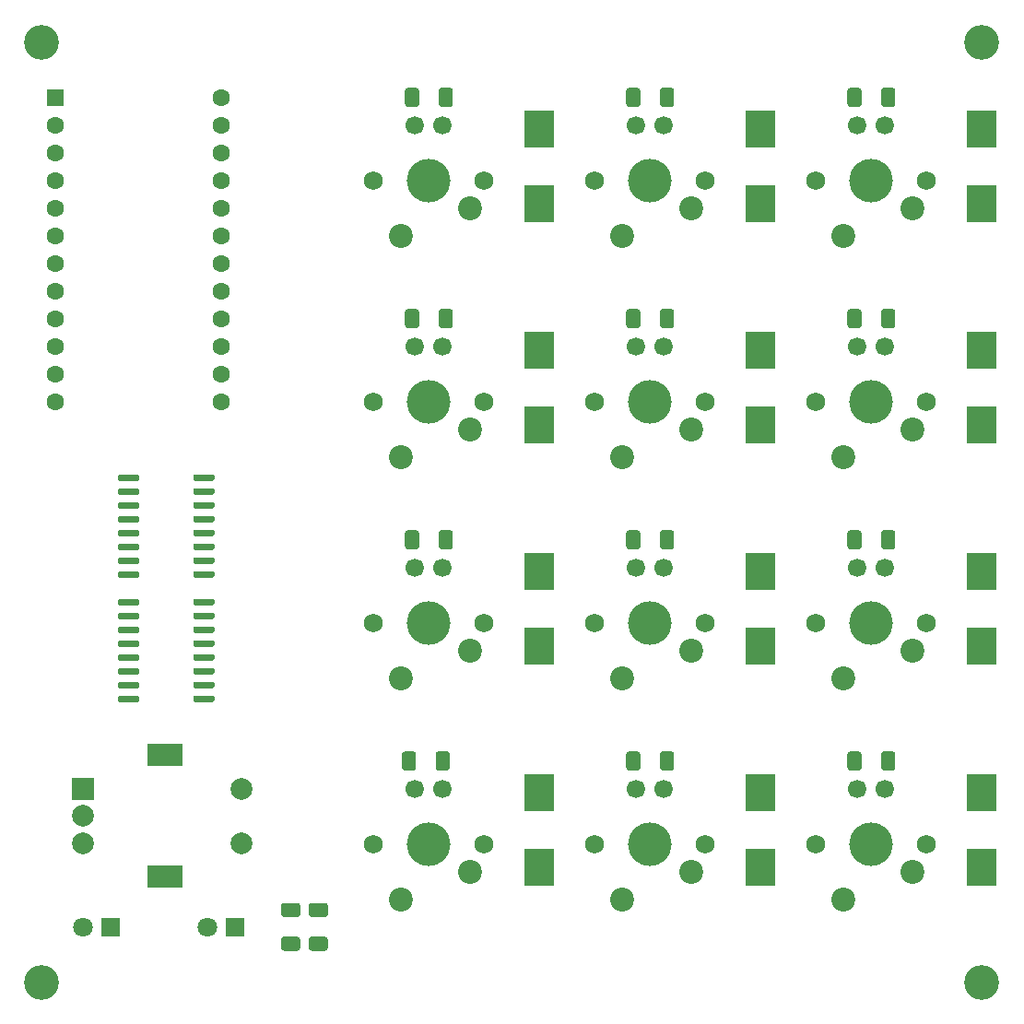
<source format=gbr>
%TF.GenerationSoftware,KiCad,Pcbnew,(5.1.9)-1*%
%TF.CreationDate,2021-05-08T01:25:36+09:00*%
%TF.ProjectId,EncKiboard_V2,456e634b-6962-46f6-9172-645f56322e6b,rev?*%
%TF.SameCoordinates,Original*%
%TF.FileFunction,Soldermask,Top*%
%TF.FilePolarity,Negative*%
%FSLAX46Y46*%
G04 Gerber Fmt 4.6, Leading zero omitted, Abs format (unit mm)*
G04 Created by KiCad (PCBNEW (5.1.9)-1) date 2021-05-08 01:25:36*
%MOMM*%
%LPD*%
G01*
G04 APERTURE LIST*
%ADD10R,2.700000X3.500000*%
%ADD11C,3.200000*%
%ADD12C,1.690600*%
%ADD13C,2.200000*%
%ADD14C,1.750000*%
%ADD15C,4.000000*%
%ADD16C,1.600000*%
%ADD17R,1.600000X1.600000*%
%ADD18R,2.000000X2.000000*%
%ADD19C,2.000000*%
%ADD20R,3.200000X2.000000*%
%ADD21C,1.800000*%
%ADD22R,1.800000X1.800000*%
G04 APERTURE END LIST*
D10*
%TO.C,D14*%
X196850000Y-140560000D03*
X196850000Y-133760000D03*
%TD*%
%TO.C,D13*%
X196850000Y-120240000D03*
X196850000Y-113440000D03*
%TD*%
%TO.C,D12*%
X196850000Y-99920000D03*
X196850000Y-93120000D03*
%TD*%
%TO.C,D11*%
X196850000Y-79600000D03*
X196850000Y-72800000D03*
%TD*%
%TO.C,D10*%
X176530000Y-140560000D03*
X176530000Y-133760000D03*
%TD*%
%TO.C,D9*%
X176530000Y-120240000D03*
X176530000Y-113440000D03*
%TD*%
%TO.C,D8*%
X176530000Y-99920000D03*
X176530000Y-93120000D03*
%TD*%
%TO.C,D7*%
X176530000Y-79600000D03*
X176530000Y-72800000D03*
%TD*%
%TO.C,D6*%
X156210000Y-140560000D03*
X156210000Y-133760000D03*
%TD*%
%TO.C,D5*%
X156210000Y-120240000D03*
X156210000Y-113440000D03*
%TD*%
%TO.C,D4*%
X156210000Y-99920000D03*
X156210000Y-93120000D03*
%TD*%
%TO.C,D3*%
X156210000Y-79600000D03*
X156210000Y-72800000D03*
%TD*%
D11*
%TO.C,M3*%
X110490000Y-151130000D03*
%TD*%
%TO.C,M3*%
X196850000Y-151130000D03*
%TD*%
%TO.C,M3*%
X196850000Y-64770000D03*
%TD*%
%TO.C,M3*%
X110490000Y-64770000D03*
%TD*%
D12*
%TO.C,U12*%
X185420000Y-133350000D03*
X187960000Y-133350000D03*
D13*
X184150000Y-143510000D03*
X190500000Y-140970000D03*
D14*
X181610000Y-138430000D03*
X191770000Y-138430000D03*
D15*
X186690000Y-138430000D03*
%TD*%
D12*
%TO.C,U11*%
X185420000Y-113030000D03*
X187960000Y-113030000D03*
D13*
X184150000Y-123190000D03*
X190500000Y-120650000D03*
D14*
X181610000Y-118110000D03*
X191770000Y-118110000D03*
D15*
X186690000Y-118110000D03*
%TD*%
D12*
%TO.C,U10*%
X185420000Y-92710000D03*
X187960000Y-92710000D03*
D13*
X184150000Y-102870000D03*
X190500000Y-100330000D03*
D14*
X181610000Y-97790000D03*
X191770000Y-97790000D03*
D15*
X186690000Y-97790000D03*
%TD*%
D12*
%TO.C,U9*%
X185420000Y-72390000D03*
X187960000Y-72390000D03*
D13*
X184150000Y-82550000D03*
X190500000Y-80010000D03*
D14*
X181610000Y-77470000D03*
X191770000Y-77470000D03*
D15*
X186690000Y-77470000D03*
%TD*%
D12*
%TO.C,U8*%
X165100000Y-133350000D03*
X167640000Y-133350000D03*
D13*
X163830000Y-143510000D03*
X170180000Y-140970000D03*
D14*
X161290000Y-138430000D03*
X171450000Y-138430000D03*
D15*
X166370000Y-138430000D03*
%TD*%
D12*
%TO.C,U7*%
X165100000Y-113030000D03*
X167640000Y-113030000D03*
D13*
X163830000Y-123190000D03*
X170180000Y-120650000D03*
D14*
X161290000Y-118110000D03*
X171450000Y-118110000D03*
D15*
X166370000Y-118110000D03*
%TD*%
D12*
%TO.C,U6*%
X165100000Y-92710000D03*
X167640000Y-92710000D03*
D13*
X163830000Y-102870000D03*
X170180000Y-100330000D03*
D14*
X161290000Y-97790000D03*
X171450000Y-97790000D03*
D15*
X166370000Y-97790000D03*
%TD*%
D12*
%TO.C,U5*%
X165100000Y-72390000D03*
X167640000Y-72390000D03*
D13*
X163830000Y-82550000D03*
X170180000Y-80010000D03*
D14*
X161290000Y-77470000D03*
X171450000Y-77470000D03*
D15*
X166370000Y-77470000D03*
%TD*%
D12*
%TO.C,U4*%
X144780000Y-133350000D03*
X147320000Y-133350000D03*
D13*
X143510000Y-143510000D03*
X149860000Y-140970000D03*
D14*
X140970000Y-138430000D03*
X151130000Y-138430000D03*
D15*
X146050000Y-138430000D03*
%TD*%
D12*
%TO.C,U3*%
X144780000Y-113030000D03*
X147320000Y-113030000D03*
D13*
X143510000Y-123190000D03*
X149860000Y-120650000D03*
D14*
X140970000Y-118110000D03*
X151130000Y-118110000D03*
D15*
X146050000Y-118110000D03*
%TD*%
D12*
%TO.C,U2*%
X144780000Y-92710000D03*
X147320000Y-92710000D03*
D13*
X143510000Y-102870000D03*
X149860000Y-100330000D03*
D14*
X140970000Y-97790000D03*
X151130000Y-97790000D03*
D15*
X146050000Y-97790000D03*
%TD*%
D12*
%TO.C,U1*%
X144780000Y-72390000D03*
X147320000Y-72390000D03*
D13*
X143510000Y-82550000D03*
X149860000Y-80010000D03*
D14*
X140970000Y-77470000D03*
X151130000Y-77470000D03*
D15*
X146050000Y-77470000D03*
%TD*%
D16*
%TO.C,U0*%
X127000000Y-69850000D03*
X127000000Y-72390000D03*
X127000000Y-74930000D03*
X127000000Y-77470000D03*
X127000000Y-80010000D03*
X127000000Y-82550000D03*
X127000000Y-85090000D03*
X127000000Y-87630000D03*
X127000000Y-90170000D03*
X127000000Y-92710000D03*
X127000000Y-95250000D03*
X127000000Y-97790000D03*
X111760000Y-97790000D03*
X111760000Y-95250000D03*
X111760000Y-92710000D03*
X111760000Y-90170000D03*
X111760000Y-87630000D03*
X111760000Y-85090000D03*
X111760000Y-82550000D03*
X111760000Y-80010000D03*
X111760000Y-77470000D03*
X111760000Y-74930000D03*
X111760000Y-72390000D03*
D17*
X111760000Y-69850000D03*
%TD*%
D18*
%TO.C,SW1*%
X114300000Y-133350000D03*
D19*
X114300000Y-135850000D03*
X114300000Y-138350000D03*
D20*
X121800000Y-130250000D03*
X121800000Y-141450000D03*
D19*
X128800000Y-133350000D03*
X128800000Y-138350000D03*
%TD*%
%TO.C,R14*%
G36*
G01*
X187590000Y-131435001D02*
X187590000Y-130184999D01*
G75*
G02*
X187839999Y-129935000I249999J0D01*
G01*
X188640001Y-129935000D01*
G75*
G02*
X188890000Y-130184999I0J-249999D01*
G01*
X188890000Y-131435001D01*
G75*
G02*
X188640001Y-131685000I-249999J0D01*
G01*
X187839999Y-131685000D01*
G75*
G02*
X187590000Y-131435001I0J249999D01*
G01*
G37*
G36*
G01*
X184490000Y-131435001D02*
X184490000Y-130184999D01*
G75*
G02*
X184739999Y-129935000I249999J0D01*
G01*
X185540001Y-129935000D01*
G75*
G02*
X185790000Y-130184999I0J-249999D01*
G01*
X185790000Y-131435001D01*
G75*
G02*
X185540001Y-131685000I-249999J0D01*
G01*
X184739999Y-131685000D01*
G75*
G02*
X184490000Y-131435001I0J249999D01*
G01*
G37*
%TD*%
%TO.C,R13*%
G36*
G01*
X167270000Y-131435001D02*
X167270000Y-130184999D01*
G75*
G02*
X167519999Y-129935000I249999J0D01*
G01*
X168320001Y-129935000D01*
G75*
G02*
X168570000Y-130184999I0J-249999D01*
G01*
X168570000Y-131435001D01*
G75*
G02*
X168320001Y-131685000I-249999J0D01*
G01*
X167519999Y-131685000D01*
G75*
G02*
X167270000Y-131435001I0J249999D01*
G01*
G37*
G36*
G01*
X164170000Y-131435001D02*
X164170000Y-130184999D01*
G75*
G02*
X164419999Y-129935000I249999J0D01*
G01*
X165220001Y-129935000D01*
G75*
G02*
X165470000Y-130184999I0J-249999D01*
G01*
X165470000Y-131435001D01*
G75*
G02*
X165220001Y-131685000I-249999J0D01*
G01*
X164419999Y-131685000D01*
G75*
G02*
X164170000Y-131435001I0J249999D01*
G01*
G37*
%TD*%
%TO.C,R12*%
G36*
G01*
X146670000Y-131435001D02*
X146670000Y-130184999D01*
G75*
G02*
X146919999Y-129935000I249999J0D01*
G01*
X147720001Y-129935000D01*
G75*
G02*
X147970000Y-130184999I0J-249999D01*
G01*
X147970000Y-131435001D01*
G75*
G02*
X147720001Y-131685000I-249999J0D01*
G01*
X146919999Y-131685000D01*
G75*
G02*
X146670000Y-131435001I0J249999D01*
G01*
G37*
G36*
G01*
X143570000Y-131435001D02*
X143570000Y-130184999D01*
G75*
G02*
X143819999Y-129935000I249999J0D01*
G01*
X144620001Y-129935000D01*
G75*
G02*
X144870000Y-130184999I0J-249999D01*
G01*
X144870000Y-131435001D01*
G75*
G02*
X144620001Y-131685000I-249999J0D01*
G01*
X143819999Y-131685000D01*
G75*
G02*
X143570000Y-131435001I0J249999D01*
G01*
G37*
%TD*%
%TO.C,R11*%
G36*
G01*
X187590000Y-111115001D02*
X187590000Y-109864999D01*
G75*
G02*
X187839999Y-109615000I249999J0D01*
G01*
X188640001Y-109615000D01*
G75*
G02*
X188890000Y-109864999I0J-249999D01*
G01*
X188890000Y-111115001D01*
G75*
G02*
X188640001Y-111365000I-249999J0D01*
G01*
X187839999Y-111365000D01*
G75*
G02*
X187590000Y-111115001I0J249999D01*
G01*
G37*
G36*
G01*
X184490000Y-111115001D02*
X184490000Y-109864999D01*
G75*
G02*
X184739999Y-109615000I249999J0D01*
G01*
X185540001Y-109615000D01*
G75*
G02*
X185790000Y-109864999I0J-249999D01*
G01*
X185790000Y-111115001D01*
G75*
G02*
X185540001Y-111365000I-249999J0D01*
G01*
X184739999Y-111365000D01*
G75*
G02*
X184490000Y-111115001I0J249999D01*
G01*
G37*
%TD*%
%TO.C,R10*%
G36*
G01*
X167270000Y-111115001D02*
X167270000Y-109864999D01*
G75*
G02*
X167519999Y-109615000I249999J0D01*
G01*
X168320001Y-109615000D01*
G75*
G02*
X168570000Y-109864999I0J-249999D01*
G01*
X168570000Y-111115001D01*
G75*
G02*
X168320001Y-111365000I-249999J0D01*
G01*
X167519999Y-111365000D01*
G75*
G02*
X167270000Y-111115001I0J249999D01*
G01*
G37*
G36*
G01*
X164170000Y-111115001D02*
X164170000Y-109864999D01*
G75*
G02*
X164419999Y-109615000I249999J0D01*
G01*
X165220001Y-109615000D01*
G75*
G02*
X165470000Y-109864999I0J-249999D01*
G01*
X165470000Y-111115001D01*
G75*
G02*
X165220001Y-111365000I-249999J0D01*
G01*
X164419999Y-111365000D01*
G75*
G02*
X164170000Y-111115001I0J249999D01*
G01*
G37*
%TD*%
%TO.C,R9*%
G36*
G01*
X146950000Y-111115001D02*
X146950000Y-109864999D01*
G75*
G02*
X147199999Y-109615000I249999J0D01*
G01*
X148000001Y-109615000D01*
G75*
G02*
X148250000Y-109864999I0J-249999D01*
G01*
X148250000Y-111115001D01*
G75*
G02*
X148000001Y-111365000I-249999J0D01*
G01*
X147199999Y-111365000D01*
G75*
G02*
X146950000Y-111115001I0J249999D01*
G01*
G37*
G36*
G01*
X143850000Y-111115001D02*
X143850000Y-109864999D01*
G75*
G02*
X144099999Y-109615000I249999J0D01*
G01*
X144900001Y-109615000D01*
G75*
G02*
X145150000Y-109864999I0J-249999D01*
G01*
X145150000Y-111115001D01*
G75*
G02*
X144900001Y-111365000I-249999J0D01*
G01*
X144099999Y-111365000D01*
G75*
G02*
X143850000Y-111115001I0J249999D01*
G01*
G37*
%TD*%
%TO.C,R8*%
G36*
G01*
X187590000Y-90795001D02*
X187590000Y-89544999D01*
G75*
G02*
X187839999Y-89295000I249999J0D01*
G01*
X188640001Y-89295000D01*
G75*
G02*
X188890000Y-89544999I0J-249999D01*
G01*
X188890000Y-90795001D01*
G75*
G02*
X188640001Y-91045000I-249999J0D01*
G01*
X187839999Y-91045000D01*
G75*
G02*
X187590000Y-90795001I0J249999D01*
G01*
G37*
G36*
G01*
X184490000Y-90795001D02*
X184490000Y-89544999D01*
G75*
G02*
X184739999Y-89295000I249999J0D01*
G01*
X185540001Y-89295000D01*
G75*
G02*
X185790000Y-89544999I0J-249999D01*
G01*
X185790000Y-90795001D01*
G75*
G02*
X185540001Y-91045000I-249999J0D01*
G01*
X184739999Y-91045000D01*
G75*
G02*
X184490000Y-90795001I0J249999D01*
G01*
G37*
%TD*%
%TO.C,R7*%
G36*
G01*
X167270000Y-90795001D02*
X167270000Y-89544999D01*
G75*
G02*
X167519999Y-89295000I249999J0D01*
G01*
X168320001Y-89295000D01*
G75*
G02*
X168570000Y-89544999I0J-249999D01*
G01*
X168570000Y-90795001D01*
G75*
G02*
X168320001Y-91045000I-249999J0D01*
G01*
X167519999Y-91045000D01*
G75*
G02*
X167270000Y-90795001I0J249999D01*
G01*
G37*
G36*
G01*
X164170000Y-90795001D02*
X164170000Y-89544999D01*
G75*
G02*
X164419999Y-89295000I249999J0D01*
G01*
X165220001Y-89295000D01*
G75*
G02*
X165470000Y-89544999I0J-249999D01*
G01*
X165470000Y-90795001D01*
G75*
G02*
X165220001Y-91045000I-249999J0D01*
G01*
X164419999Y-91045000D01*
G75*
G02*
X164170000Y-90795001I0J249999D01*
G01*
G37*
%TD*%
%TO.C,R6*%
G36*
G01*
X146950000Y-90795001D02*
X146950000Y-89544999D01*
G75*
G02*
X147199999Y-89295000I249999J0D01*
G01*
X148000001Y-89295000D01*
G75*
G02*
X148250000Y-89544999I0J-249999D01*
G01*
X148250000Y-90795001D01*
G75*
G02*
X148000001Y-91045000I-249999J0D01*
G01*
X147199999Y-91045000D01*
G75*
G02*
X146950000Y-90795001I0J249999D01*
G01*
G37*
G36*
G01*
X143850000Y-90795001D02*
X143850000Y-89544999D01*
G75*
G02*
X144099999Y-89295000I249999J0D01*
G01*
X144900001Y-89295000D01*
G75*
G02*
X145150000Y-89544999I0J-249999D01*
G01*
X145150000Y-90795001D01*
G75*
G02*
X144900001Y-91045000I-249999J0D01*
G01*
X144099999Y-91045000D01*
G75*
G02*
X143850000Y-90795001I0J249999D01*
G01*
G37*
%TD*%
%TO.C,R5*%
G36*
G01*
X187590000Y-70475001D02*
X187590000Y-69224999D01*
G75*
G02*
X187839999Y-68975000I249999J0D01*
G01*
X188640001Y-68975000D01*
G75*
G02*
X188890000Y-69224999I0J-249999D01*
G01*
X188890000Y-70475001D01*
G75*
G02*
X188640001Y-70725000I-249999J0D01*
G01*
X187839999Y-70725000D01*
G75*
G02*
X187590000Y-70475001I0J249999D01*
G01*
G37*
G36*
G01*
X184490000Y-70475001D02*
X184490000Y-69224999D01*
G75*
G02*
X184739999Y-68975000I249999J0D01*
G01*
X185540001Y-68975000D01*
G75*
G02*
X185790000Y-69224999I0J-249999D01*
G01*
X185790000Y-70475001D01*
G75*
G02*
X185540001Y-70725000I-249999J0D01*
G01*
X184739999Y-70725000D01*
G75*
G02*
X184490000Y-70475001I0J249999D01*
G01*
G37*
%TD*%
%TO.C,R4*%
G36*
G01*
X167270000Y-70475001D02*
X167270000Y-69224999D01*
G75*
G02*
X167519999Y-68975000I249999J0D01*
G01*
X168320001Y-68975000D01*
G75*
G02*
X168570000Y-69224999I0J-249999D01*
G01*
X168570000Y-70475001D01*
G75*
G02*
X168320001Y-70725000I-249999J0D01*
G01*
X167519999Y-70725000D01*
G75*
G02*
X167270000Y-70475001I0J249999D01*
G01*
G37*
G36*
G01*
X164170000Y-70475001D02*
X164170000Y-69224999D01*
G75*
G02*
X164419999Y-68975000I249999J0D01*
G01*
X165220001Y-68975000D01*
G75*
G02*
X165470000Y-69224999I0J-249999D01*
G01*
X165470000Y-70475001D01*
G75*
G02*
X165220001Y-70725000I-249999J0D01*
G01*
X164419999Y-70725000D01*
G75*
G02*
X164170000Y-70475001I0J249999D01*
G01*
G37*
%TD*%
%TO.C,R3*%
G36*
G01*
X146950000Y-70475001D02*
X146950000Y-69224999D01*
G75*
G02*
X147199999Y-68975000I249999J0D01*
G01*
X148000001Y-68975000D01*
G75*
G02*
X148250000Y-69224999I0J-249999D01*
G01*
X148250000Y-70475001D01*
G75*
G02*
X148000001Y-70725000I-249999J0D01*
G01*
X147199999Y-70725000D01*
G75*
G02*
X146950000Y-70475001I0J249999D01*
G01*
G37*
G36*
G01*
X143850000Y-70475001D02*
X143850000Y-69224999D01*
G75*
G02*
X144099999Y-68975000I249999J0D01*
G01*
X144900001Y-68975000D01*
G75*
G02*
X145150000Y-69224999I0J-249999D01*
G01*
X145150000Y-70475001D01*
G75*
G02*
X144900001Y-70725000I-249999J0D01*
G01*
X144099999Y-70725000D01*
G75*
G02*
X143850000Y-70475001I0J249999D01*
G01*
G37*
%TD*%
%TO.C,R2*%
G36*
G01*
X135264999Y-146950000D02*
X136515001Y-146950000D01*
G75*
G02*
X136765000Y-147199999I0J-249999D01*
G01*
X136765000Y-148000001D01*
G75*
G02*
X136515001Y-148250000I-249999J0D01*
G01*
X135264999Y-148250000D01*
G75*
G02*
X135015000Y-148000001I0J249999D01*
G01*
X135015000Y-147199999D01*
G75*
G02*
X135264999Y-146950000I249999J0D01*
G01*
G37*
G36*
G01*
X135264999Y-143850000D02*
X136515001Y-143850000D01*
G75*
G02*
X136765000Y-144099999I0J-249999D01*
G01*
X136765000Y-144900001D01*
G75*
G02*
X136515001Y-145150000I-249999J0D01*
G01*
X135264999Y-145150000D01*
G75*
G02*
X135015000Y-144900001I0J249999D01*
G01*
X135015000Y-144099999D01*
G75*
G02*
X135264999Y-143850000I249999J0D01*
G01*
G37*
%TD*%
%TO.C,R1*%
G36*
G01*
X132724999Y-146950000D02*
X133975001Y-146950000D01*
G75*
G02*
X134225000Y-147199999I0J-249999D01*
G01*
X134225000Y-148000001D01*
G75*
G02*
X133975001Y-148250000I-249999J0D01*
G01*
X132724999Y-148250000D01*
G75*
G02*
X132475000Y-148000001I0J249999D01*
G01*
X132475000Y-147199999D01*
G75*
G02*
X132724999Y-146950000I249999J0D01*
G01*
G37*
G36*
G01*
X132724999Y-143850000D02*
X133975001Y-143850000D01*
G75*
G02*
X134225000Y-144099999I0J-249999D01*
G01*
X134225000Y-144900001D01*
G75*
G02*
X133975001Y-145150000I-249999J0D01*
G01*
X132724999Y-145150000D01*
G75*
G02*
X132475000Y-144900001I0J249999D01*
G01*
X132475000Y-144099999D01*
G75*
G02*
X132724999Y-143850000I249999J0D01*
G01*
G37*
%TD*%
%TO.C,IC2*%
G36*
G01*
X124395000Y-116355000D02*
X124395000Y-116055000D01*
G75*
G02*
X124545000Y-115905000I150000J0D01*
G01*
X126220000Y-115905000D01*
G75*
G02*
X126370000Y-116055000I0J-150000D01*
G01*
X126370000Y-116355000D01*
G75*
G02*
X126220000Y-116505000I-150000J0D01*
G01*
X124545000Y-116505000D01*
G75*
G02*
X124395000Y-116355000I0J150000D01*
G01*
G37*
G36*
G01*
X124395000Y-117625000D02*
X124395000Y-117325000D01*
G75*
G02*
X124545000Y-117175000I150000J0D01*
G01*
X126220000Y-117175000D01*
G75*
G02*
X126370000Y-117325000I0J-150000D01*
G01*
X126370000Y-117625000D01*
G75*
G02*
X126220000Y-117775000I-150000J0D01*
G01*
X124545000Y-117775000D01*
G75*
G02*
X124395000Y-117625000I0J150000D01*
G01*
G37*
G36*
G01*
X124395000Y-118895000D02*
X124395000Y-118595000D01*
G75*
G02*
X124545000Y-118445000I150000J0D01*
G01*
X126220000Y-118445000D01*
G75*
G02*
X126370000Y-118595000I0J-150000D01*
G01*
X126370000Y-118895000D01*
G75*
G02*
X126220000Y-119045000I-150000J0D01*
G01*
X124545000Y-119045000D01*
G75*
G02*
X124395000Y-118895000I0J150000D01*
G01*
G37*
G36*
G01*
X124395000Y-120165000D02*
X124395000Y-119865000D01*
G75*
G02*
X124545000Y-119715000I150000J0D01*
G01*
X126220000Y-119715000D01*
G75*
G02*
X126370000Y-119865000I0J-150000D01*
G01*
X126370000Y-120165000D01*
G75*
G02*
X126220000Y-120315000I-150000J0D01*
G01*
X124545000Y-120315000D01*
G75*
G02*
X124395000Y-120165000I0J150000D01*
G01*
G37*
G36*
G01*
X124395000Y-121435000D02*
X124395000Y-121135000D01*
G75*
G02*
X124545000Y-120985000I150000J0D01*
G01*
X126220000Y-120985000D01*
G75*
G02*
X126370000Y-121135000I0J-150000D01*
G01*
X126370000Y-121435000D01*
G75*
G02*
X126220000Y-121585000I-150000J0D01*
G01*
X124545000Y-121585000D01*
G75*
G02*
X124395000Y-121435000I0J150000D01*
G01*
G37*
G36*
G01*
X124395000Y-122705000D02*
X124395000Y-122405000D01*
G75*
G02*
X124545000Y-122255000I150000J0D01*
G01*
X126220000Y-122255000D01*
G75*
G02*
X126370000Y-122405000I0J-150000D01*
G01*
X126370000Y-122705000D01*
G75*
G02*
X126220000Y-122855000I-150000J0D01*
G01*
X124545000Y-122855000D01*
G75*
G02*
X124395000Y-122705000I0J150000D01*
G01*
G37*
G36*
G01*
X124395000Y-123975000D02*
X124395000Y-123675000D01*
G75*
G02*
X124545000Y-123525000I150000J0D01*
G01*
X126220000Y-123525000D01*
G75*
G02*
X126370000Y-123675000I0J-150000D01*
G01*
X126370000Y-123975000D01*
G75*
G02*
X126220000Y-124125000I-150000J0D01*
G01*
X124545000Y-124125000D01*
G75*
G02*
X124395000Y-123975000I0J150000D01*
G01*
G37*
G36*
G01*
X124395000Y-125245000D02*
X124395000Y-124945000D01*
G75*
G02*
X124545000Y-124795000I150000J0D01*
G01*
X126220000Y-124795000D01*
G75*
G02*
X126370000Y-124945000I0J-150000D01*
G01*
X126370000Y-125245000D01*
G75*
G02*
X126220000Y-125395000I-150000J0D01*
G01*
X124545000Y-125395000D01*
G75*
G02*
X124395000Y-125245000I0J150000D01*
G01*
G37*
G36*
G01*
X117470000Y-125245000D02*
X117470000Y-124945000D01*
G75*
G02*
X117620000Y-124795000I150000J0D01*
G01*
X119295000Y-124795000D01*
G75*
G02*
X119445000Y-124945000I0J-150000D01*
G01*
X119445000Y-125245000D01*
G75*
G02*
X119295000Y-125395000I-150000J0D01*
G01*
X117620000Y-125395000D01*
G75*
G02*
X117470000Y-125245000I0J150000D01*
G01*
G37*
G36*
G01*
X117470000Y-123975000D02*
X117470000Y-123675000D01*
G75*
G02*
X117620000Y-123525000I150000J0D01*
G01*
X119295000Y-123525000D01*
G75*
G02*
X119445000Y-123675000I0J-150000D01*
G01*
X119445000Y-123975000D01*
G75*
G02*
X119295000Y-124125000I-150000J0D01*
G01*
X117620000Y-124125000D01*
G75*
G02*
X117470000Y-123975000I0J150000D01*
G01*
G37*
G36*
G01*
X117470000Y-122705000D02*
X117470000Y-122405000D01*
G75*
G02*
X117620000Y-122255000I150000J0D01*
G01*
X119295000Y-122255000D01*
G75*
G02*
X119445000Y-122405000I0J-150000D01*
G01*
X119445000Y-122705000D01*
G75*
G02*
X119295000Y-122855000I-150000J0D01*
G01*
X117620000Y-122855000D01*
G75*
G02*
X117470000Y-122705000I0J150000D01*
G01*
G37*
G36*
G01*
X117470000Y-121435000D02*
X117470000Y-121135000D01*
G75*
G02*
X117620000Y-120985000I150000J0D01*
G01*
X119295000Y-120985000D01*
G75*
G02*
X119445000Y-121135000I0J-150000D01*
G01*
X119445000Y-121435000D01*
G75*
G02*
X119295000Y-121585000I-150000J0D01*
G01*
X117620000Y-121585000D01*
G75*
G02*
X117470000Y-121435000I0J150000D01*
G01*
G37*
G36*
G01*
X117470000Y-120165000D02*
X117470000Y-119865000D01*
G75*
G02*
X117620000Y-119715000I150000J0D01*
G01*
X119295000Y-119715000D01*
G75*
G02*
X119445000Y-119865000I0J-150000D01*
G01*
X119445000Y-120165000D01*
G75*
G02*
X119295000Y-120315000I-150000J0D01*
G01*
X117620000Y-120315000D01*
G75*
G02*
X117470000Y-120165000I0J150000D01*
G01*
G37*
G36*
G01*
X117470000Y-118895000D02*
X117470000Y-118595000D01*
G75*
G02*
X117620000Y-118445000I150000J0D01*
G01*
X119295000Y-118445000D01*
G75*
G02*
X119445000Y-118595000I0J-150000D01*
G01*
X119445000Y-118895000D01*
G75*
G02*
X119295000Y-119045000I-150000J0D01*
G01*
X117620000Y-119045000D01*
G75*
G02*
X117470000Y-118895000I0J150000D01*
G01*
G37*
G36*
G01*
X117470000Y-117625000D02*
X117470000Y-117325000D01*
G75*
G02*
X117620000Y-117175000I150000J0D01*
G01*
X119295000Y-117175000D01*
G75*
G02*
X119445000Y-117325000I0J-150000D01*
G01*
X119445000Y-117625000D01*
G75*
G02*
X119295000Y-117775000I-150000J0D01*
G01*
X117620000Y-117775000D01*
G75*
G02*
X117470000Y-117625000I0J150000D01*
G01*
G37*
G36*
G01*
X117470000Y-116355000D02*
X117470000Y-116055000D01*
G75*
G02*
X117620000Y-115905000I150000J0D01*
G01*
X119295000Y-115905000D01*
G75*
G02*
X119445000Y-116055000I0J-150000D01*
G01*
X119445000Y-116355000D01*
G75*
G02*
X119295000Y-116505000I-150000J0D01*
G01*
X117620000Y-116505000D01*
G75*
G02*
X117470000Y-116355000I0J150000D01*
G01*
G37*
%TD*%
%TO.C,IC1*%
G36*
G01*
X124395000Y-104925000D02*
X124395000Y-104625000D01*
G75*
G02*
X124545000Y-104475000I150000J0D01*
G01*
X126220000Y-104475000D01*
G75*
G02*
X126370000Y-104625000I0J-150000D01*
G01*
X126370000Y-104925000D01*
G75*
G02*
X126220000Y-105075000I-150000J0D01*
G01*
X124545000Y-105075000D01*
G75*
G02*
X124395000Y-104925000I0J150000D01*
G01*
G37*
G36*
G01*
X124395000Y-106195000D02*
X124395000Y-105895000D01*
G75*
G02*
X124545000Y-105745000I150000J0D01*
G01*
X126220000Y-105745000D01*
G75*
G02*
X126370000Y-105895000I0J-150000D01*
G01*
X126370000Y-106195000D01*
G75*
G02*
X126220000Y-106345000I-150000J0D01*
G01*
X124545000Y-106345000D01*
G75*
G02*
X124395000Y-106195000I0J150000D01*
G01*
G37*
G36*
G01*
X124395000Y-107465000D02*
X124395000Y-107165000D01*
G75*
G02*
X124545000Y-107015000I150000J0D01*
G01*
X126220000Y-107015000D01*
G75*
G02*
X126370000Y-107165000I0J-150000D01*
G01*
X126370000Y-107465000D01*
G75*
G02*
X126220000Y-107615000I-150000J0D01*
G01*
X124545000Y-107615000D01*
G75*
G02*
X124395000Y-107465000I0J150000D01*
G01*
G37*
G36*
G01*
X124395000Y-108735000D02*
X124395000Y-108435000D01*
G75*
G02*
X124545000Y-108285000I150000J0D01*
G01*
X126220000Y-108285000D01*
G75*
G02*
X126370000Y-108435000I0J-150000D01*
G01*
X126370000Y-108735000D01*
G75*
G02*
X126220000Y-108885000I-150000J0D01*
G01*
X124545000Y-108885000D01*
G75*
G02*
X124395000Y-108735000I0J150000D01*
G01*
G37*
G36*
G01*
X124395000Y-110005000D02*
X124395000Y-109705000D01*
G75*
G02*
X124545000Y-109555000I150000J0D01*
G01*
X126220000Y-109555000D01*
G75*
G02*
X126370000Y-109705000I0J-150000D01*
G01*
X126370000Y-110005000D01*
G75*
G02*
X126220000Y-110155000I-150000J0D01*
G01*
X124545000Y-110155000D01*
G75*
G02*
X124395000Y-110005000I0J150000D01*
G01*
G37*
G36*
G01*
X124395000Y-111275000D02*
X124395000Y-110975000D01*
G75*
G02*
X124545000Y-110825000I150000J0D01*
G01*
X126220000Y-110825000D01*
G75*
G02*
X126370000Y-110975000I0J-150000D01*
G01*
X126370000Y-111275000D01*
G75*
G02*
X126220000Y-111425000I-150000J0D01*
G01*
X124545000Y-111425000D01*
G75*
G02*
X124395000Y-111275000I0J150000D01*
G01*
G37*
G36*
G01*
X124395000Y-112545000D02*
X124395000Y-112245000D01*
G75*
G02*
X124545000Y-112095000I150000J0D01*
G01*
X126220000Y-112095000D01*
G75*
G02*
X126370000Y-112245000I0J-150000D01*
G01*
X126370000Y-112545000D01*
G75*
G02*
X126220000Y-112695000I-150000J0D01*
G01*
X124545000Y-112695000D01*
G75*
G02*
X124395000Y-112545000I0J150000D01*
G01*
G37*
G36*
G01*
X124395000Y-113815000D02*
X124395000Y-113515000D01*
G75*
G02*
X124545000Y-113365000I150000J0D01*
G01*
X126220000Y-113365000D01*
G75*
G02*
X126370000Y-113515000I0J-150000D01*
G01*
X126370000Y-113815000D01*
G75*
G02*
X126220000Y-113965000I-150000J0D01*
G01*
X124545000Y-113965000D01*
G75*
G02*
X124395000Y-113815000I0J150000D01*
G01*
G37*
G36*
G01*
X117470000Y-113815000D02*
X117470000Y-113515000D01*
G75*
G02*
X117620000Y-113365000I150000J0D01*
G01*
X119295000Y-113365000D01*
G75*
G02*
X119445000Y-113515000I0J-150000D01*
G01*
X119445000Y-113815000D01*
G75*
G02*
X119295000Y-113965000I-150000J0D01*
G01*
X117620000Y-113965000D01*
G75*
G02*
X117470000Y-113815000I0J150000D01*
G01*
G37*
G36*
G01*
X117470000Y-112545000D02*
X117470000Y-112245000D01*
G75*
G02*
X117620000Y-112095000I150000J0D01*
G01*
X119295000Y-112095000D01*
G75*
G02*
X119445000Y-112245000I0J-150000D01*
G01*
X119445000Y-112545000D01*
G75*
G02*
X119295000Y-112695000I-150000J0D01*
G01*
X117620000Y-112695000D01*
G75*
G02*
X117470000Y-112545000I0J150000D01*
G01*
G37*
G36*
G01*
X117470000Y-111275000D02*
X117470000Y-110975000D01*
G75*
G02*
X117620000Y-110825000I150000J0D01*
G01*
X119295000Y-110825000D01*
G75*
G02*
X119445000Y-110975000I0J-150000D01*
G01*
X119445000Y-111275000D01*
G75*
G02*
X119295000Y-111425000I-150000J0D01*
G01*
X117620000Y-111425000D01*
G75*
G02*
X117470000Y-111275000I0J150000D01*
G01*
G37*
G36*
G01*
X117470000Y-110005000D02*
X117470000Y-109705000D01*
G75*
G02*
X117620000Y-109555000I150000J0D01*
G01*
X119295000Y-109555000D01*
G75*
G02*
X119445000Y-109705000I0J-150000D01*
G01*
X119445000Y-110005000D01*
G75*
G02*
X119295000Y-110155000I-150000J0D01*
G01*
X117620000Y-110155000D01*
G75*
G02*
X117470000Y-110005000I0J150000D01*
G01*
G37*
G36*
G01*
X117470000Y-108735000D02*
X117470000Y-108435000D01*
G75*
G02*
X117620000Y-108285000I150000J0D01*
G01*
X119295000Y-108285000D01*
G75*
G02*
X119445000Y-108435000I0J-150000D01*
G01*
X119445000Y-108735000D01*
G75*
G02*
X119295000Y-108885000I-150000J0D01*
G01*
X117620000Y-108885000D01*
G75*
G02*
X117470000Y-108735000I0J150000D01*
G01*
G37*
G36*
G01*
X117470000Y-107465000D02*
X117470000Y-107165000D01*
G75*
G02*
X117620000Y-107015000I150000J0D01*
G01*
X119295000Y-107015000D01*
G75*
G02*
X119445000Y-107165000I0J-150000D01*
G01*
X119445000Y-107465000D01*
G75*
G02*
X119295000Y-107615000I-150000J0D01*
G01*
X117620000Y-107615000D01*
G75*
G02*
X117470000Y-107465000I0J150000D01*
G01*
G37*
G36*
G01*
X117470000Y-106195000D02*
X117470000Y-105895000D01*
G75*
G02*
X117620000Y-105745000I150000J0D01*
G01*
X119295000Y-105745000D01*
G75*
G02*
X119445000Y-105895000I0J-150000D01*
G01*
X119445000Y-106195000D01*
G75*
G02*
X119295000Y-106345000I-150000J0D01*
G01*
X117620000Y-106345000D01*
G75*
G02*
X117470000Y-106195000I0J150000D01*
G01*
G37*
G36*
G01*
X117470000Y-104925000D02*
X117470000Y-104625000D01*
G75*
G02*
X117620000Y-104475000I150000J0D01*
G01*
X119295000Y-104475000D01*
G75*
G02*
X119445000Y-104625000I0J-150000D01*
G01*
X119445000Y-104925000D01*
G75*
G02*
X119295000Y-105075000I-150000J0D01*
G01*
X117620000Y-105075000D01*
G75*
G02*
X117470000Y-104925000I0J150000D01*
G01*
G37*
%TD*%
D21*
%TO.C,D2*%
X114300000Y-146050000D03*
D22*
X116840000Y-146050000D03*
%TD*%
D21*
%TO.C,D1*%
X125730000Y-146050000D03*
D22*
X128270000Y-146050000D03*
%TD*%
M02*

</source>
